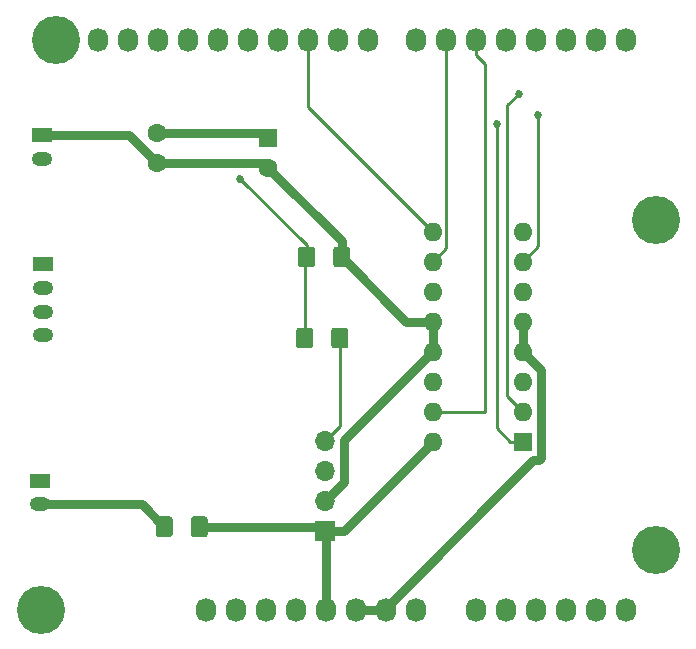
<source format=gtl>
G04 #@! TF.GenerationSoftware,KiCad,Pcbnew,5.0.0-fee4fd1~66~ubuntu18.04.1*
G04 #@! TF.CreationDate,2018-08-21T18:43:40-07:00*
G04 #@! TF.ProjectId,L293D BlueTooth UNO Shield,4C3239334420426C7565546F6F746820,rev?*
G04 #@! TF.SameCoordinates,Original*
G04 #@! TF.FileFunction,Copper,L1,Top,Signal*
G04 #@! TF.FilePolarity,Positive*
%FSLAX46Y46*%
G04 Gerber Fmt 4.6, Leading zero omitted, Abs format (unit mm)*
G04 Created by KiCad (PCBNEW 5.0.0-fee4fd1~66~ubuntu18.04.1) date Tue Aug 21 18:43:40 2018*
%MOMM*%
%LPD*%
G01*
G04 APERTURE LIST*
G04 #@! TA.AperFunction,ComponentPad*
%ADD10O,1.727200X2.032000*%
G04 #@! TD*
G04 #@! TA.AperFunction,ComponentPad*
%ADD11C,4.064000*%
G04 #@! TD*
G04 #@! TA.AperFunction,ComponentPad*
%ADD12R,1.600000X1.600000*%
G04 #@! TD*
G04 #@! TA.AperFunction,ComponentPad*
%ADD13O,1.600000X1.600000*%
G04 #@! TD*
G04 #@! TA.AperFunction,ComponentPad*
%ADD14C,1.600000*%
G04 #@! TD*
G04 #@! TA.AperFunction,ComponentPad*
%ADD15R,1.700000X1.700000*%
G04 #@! TD*
G04 #@! TA.AperFunction,ComponentPad*
%ADD16O,1.700000X1.700000*%
G04 #@! TD*
G04 #@! TA.AperFunction,ComponentPad*
%ADD17R,1.750000X1.200000*%
G04 #@! TD*
G04 #@! TA.AperFunction,ComponentPad*
%ADD18O,1.750000X1.200000*%
G04 #@! TD*
G04 #@! TA.AperFunction,Conductor*
%ADD19C,0.100000*%
G04 #@! TD*
G04 #@! TA.AperFunction,SMDPad,CuDef*
%ADD20C,1.425000*%
G04 #@! TD*
G04 #@! TA.AperFunction,ViaPad*
%ADD21C,0.685800*%
G04 #@! TD*
G04 #@! TA.AperFunction,Conductor*
%ADD22C,0.762000*%
G04 #@! TD*
G04 #@! TA.AperFunction,Conductor*
%ADD23C,0.254000*%
G04 #@! TD*
G04 APERTURE END LIST*
D10*
G04 #@! TO.P,P1,1*
G04 #@! TO.N,Net-(P1-Pad1)*
X138938000Y-123825000D03*
G04 #@! TO.P,P1,2*
G04 #@! TO.N,Net-(P1-Pad2)*
X141478000Y-123825000D03*
G04 #@! TO.P,P1,3*
G04 #@! TO.N,Net-(P1-Pad3)*
X144018000Y-123825000D03*
G04 #@! TO.P,P1,4*
G04 #@! TO.N,+3V3*
X146558000Y-123825000D03*
G04 #@! TO.P,P1,5*
G04 #@! TO.N,+5V*
X149098000Y-123825000D03*
G04 #@! TO.P,P1,6*
G04 #@! TO.N,GND*
X151638000Y-123825000D03*
G04 #@! TO.P,P1,7*
X154178000Y-123825000D03*
G04 #@! TO.P,P1,8*
G04 #@! TO.N,Net-(P1-Pad8)*
X156718000Y-123825000D03*
G04 #@! TD*
G04 #@! TO.P,P2,1*
G04 #@! TO.N,Net-(P2-Pad1)*
X161798000Y-123825000D03*
G04 #@! TO.P,P2,2*
G04 #@! TO.N,Net-(P2-Pad2)*
X164338000Y-123825000D03*
G04 #@! TO.P,P2,3*
G04 #@! TO.N,Net-(P2-Pad3)*
X166878000Y-123825000D03*
G04 #@! TO.P,P2,4*
G04 #@! TO.N,Net-(P2-Pad4)*
X169418000Y-123825000D03*
G04 #@! TO.P,P2,5*
G04 #@! TO.N,Net-(P2-Pad5)*
X171958000Y-123825000D03*
G04 #@! TO.P,P2,6*
G04 #@! TO.N,Net-(P2-Pad6)*
X174498000Y-123825000D03*
G04 #@! TD*
G04 #@! TO.P,P3,1*
G04 #@! TO.N,Net-(P3-Pad1)*
X129794000Y-75565000D03*
G04 #@! TO.P,P3,2*
G04 #@! TO.N,Net-(P3-Pad2)*
X132334000Y-75565000D03*
G04 #@! TO.P,P3,3*
G04 #@! TO.N,Net-(P3-Pad3)*
X134874000Y-75565000D03*
G04 #@! TO.P,P3,4*
G04 #@! TO.N,GND*
X137414000Y-75565000D03*
G04 #@! TO.P,P3,5*
G04 #@! TO.N,Net-(P3-Pad5)*
X139954000Y-75565000D03*
G04 #@! TO.P,P3,6*
G04 #@! TO.N,Net-(P3-Pad6)*
X142494000Y-75565000D03*
G04 #@! TO.P,P3,7*
G04 #@! TO.N,Net-(P3-Pad7)*
X145034000Y-75565000D03*
G04 #@! TO.P,P3,8*
G04 #@! TO.N,/10(\002A\002A/SS)*
X147574000Y-75565000D03*
G04 #@! TO.P,P3,9*
G04 #@! TO.N,/9(\002A\002A)*
X150114000Y-75565000D03*
G04 #@! TO.P,P3,10*
G04 #@! TO.N,/8*
X152654000Y-75565000D03*
G04 #@! TD*
G04 #@! TO.P,P4,1*
G04 #@! TO.N,/7*
X156718000Y-75565000D03*
G04 #@! TO.P,P4,2*
G04 #@! TO.N,/6(\002A\002A)*
X159258000Y-75565000D03*
G04 #@! TO.P,P4,3*
G04 #@! TO.N,/5(\002A\002A)*
X161798000Y-75565000D03*
G04 #@! TO.P,P4,4*
G04 #@! TO.N,/4*
X164338000Y-75565000D03*
G04 #@! TO.P,P4,5*
G04 #@! TO.N,/3(\002A\002A)*
X166878000Y-75565000D03*
G04 #@! TO.P,P4,6*
G04 #@! TO.N,Net-(P4-Pad6)*
X169418000Y-75565000D03*
G04 #@! TO.P,P4,7*
G04 #@! TO.N,Net-(P4-Pad7)*
X171958000Y-75565000D03*
G04 #@! TO.P,P4,8*
G04 #@! TO.N,Net-(P4-Pad8)*
X174498000Y-75565000D03*
G04 #@! TD*
D11*
G04 #@! TO.P,P5,1*
G04 #@! TO.N,Net-(P5-Pad1)*
X124968000Y-123825000D03*
G04 #@! TD*
G04 #@! TO.P,P6,1*
G04 #@! TO.N,Net-(P6-Pad1)*
X177038000Y-118745000D03*
G04 #@! TD*
G04 #@! TO.P,P7,1*
G04 #@! TO.N,Net-(P7-Pad1)*
X126238000Y-75565000D03*
G04 #@! TD*
G04 #@! TO.P,P8,1*
G04 #@! TO.N,Net-(P8-Pad1)*
X177038000Y-90805000D03*
G04 #@! TD*
D12*
G04 #@! TO.P,U1,1*
G04 #@! TO.N,/9(\002A\002A)*
X165773100Y-109601000D03*
D13*
G04 #@! TO.P,U1,9*
G04 #@! TO.N,/10(\002A\002A/SS)*
X158153100Y-91821000D03*
G04 #@! TO.P,U1,2*
G04 #@! TO.N,/7*
X165773100Y-107061000D03*
G04 #@! TO.P,U1,10*
G04 #@! TO.N,/6(\002A\002A)*
X158153100Y-94361000D03*
G04 #@! TO.P,U1,3*
G04 #@! TO.N,Net-(J3-Pad2)*
X165773100Y-104521000D03*
G04 #@! TO.P,U1,11*
G04 #@! TO.N,Net-(J3-Pad3)*
X158153100Y-96901000D03*
G04 #@! TO.P,U1,4*
G04 #@! TO.N,GND*
X165773100Y-101981000D03*
G04 #@! TO.P,U1,12*
X158153100Y-99441000D03*
G04 #@! TO.P,U1,5*
X165773100Y-99441000D03*
G04 #@! TO.P,U1,13*
X158153100Y-101981000D03*
G04 #@! TO.P,U1,6*
G04 #@! TO.N,Net-(J3-Pad1)*
X165773100Y-96901000D03*
G04 #@! TO.P,U1,14*
G04 #@! TO.N,Net-(J3-Pad4)*
X158153100Y-104521000D03*
G04 #@! TO.P,U1,7*
G04 #@! TO.N,/8*
X165773100Y-94361000D03*
G04 #@! TO.P,U1,15*
G04 #@! TO.N,/5(\002A\002A)*
X158153100Y-107061000D03*
G04 #@! TO.P,U1,8*
G04 #@! TO.N,+6V*
X165773100Y-91821000D03*
G04 #@! TO.P,U1,16*
G04 #@! TO.N,+5V*
X158153100Y-109601000D03*
G04 #@! TD*
D14*
G04 #@! TO.P,C1,1*
G04 #@! TO.N,+6V*
X134785100Y-83489800D03*
G04 #@! TO.P,C1,2*
G04 #@! TO.N,GND*
X134785100Y-85989800D03*
G04 #@! TD*
D12*
G04 #@! TO.P,C2,1*
G04 #@! TO.N,+6V*
X144259300Y-83908900D03*
D14*
G04 #@! TO.P,C2,2*
G04 #@! TO.N,GND*
X144259300Y-86408900D03*
G04 #@! TD*
D15*
G04 #@! TO.P,J1,1*
G04 #@! TO.N,+5V*
X149034500Y-117157500D03*
D16*
G04 #@! TO.P,J1,2*
G04 #@! TO.N,GND*
X149034500Y-114617500D03*
G04 #@! TO.P,J1,3*
G04 #@! TO.N,/3(\002A\002A)*
X149034500Y-112077500D03*
G04 #@! TO.P,J1,4*
G04 #@! TO.N,Net-(J1-Pad4)*
X149034500Y-109537500D03*
G04 #@! TD*
D17*
G04 #@! TO.P,J2,1*
G04 #@! TO.N,GND*
X125056900Y-83642200D03*
D18*
G04 #@! TO.P,J2,2*
G04 #@! TO.N,+6V*
X125056900Y-85642200D03*
G04 #@! TD*
D17*
G04 #@! TO.P,J3,1*
G04 #@! TO.N,Net-(J3-Pad1)*
X125133100Y-94602300D03*
D18*
G04 #@! TO.P,J3,2*
G04 #@! TO.N,Net-(J3-Pad2)*
X125133100Y-96602300D03*
G04 #@! TO.P,J3,3*
G04 #@! TO.N,Net-(J3-Pad3)*
X125133100Y-98602300D03*
G04 #@! TO.P,J3,4*
G04 #@! TO.N,Net-(J3-Pad4)*
X125133100Y-100602300D03*
G04 #@! TD*
D19*
G04 #@! TO.N,/4*
G04 #@! TO.C,1K*
G36*
X147816504Y-99964204D02*
X147840773Y-99967804D01*
X147864571Y-99973765D01*
X147887671Y-99982030D01*
X147909849Y-99992520D01*
X147930893Y-100005133D01*
X147950598Y-100019747D01*
X147968777Y-100036223D01*
X147985253Y-100054402D01*
X147999867Y-100074107D01*
X148012480Y-100095151D01*
X148022970Y-100117329D01*
X148031235Y-100140429D01*
X148037196Y-100164227D01*
X148040796Y-100188496D01*
X148042000Y-100213000D01*
X148042000Y-101463000D01*
X148040796Y-101487504D01*
X148037196Y-101511773D01*
X148031235Y-101535571D01*
X148022970Y-101558671D01*
X148012480Y-101580849D01*
X147999867Y-101601893D01*
X147985253Y-101621598D01*
X147968777Y-101639777D01*
X147950598Y-101656253D01*
X147930893Y-101670867D01*
X147909849Y-101683480D01*
X147887671Y-101693970D01*
X147864571Y-101702235D01*
X147840773Y-101708196D01*
X147816504Y-101711796D01*
X147792000Y-101713000D01*
X146867000Y-101713000D01*
X146842496Y-101711796D01*
X146818227Y-101708196D01*
X146794429Y-101702235D01*
X146771329Y-101693970D01*
X146749151Y-101683480D01*
X146728107Y-101670867D01*
X146708402Y-101656253D01*
X146690223Y-101639777D01*
X146673747Y-101621598D01*
X146659133Y-101601893D01*
X146646520Y-101580849D01*
X146636030Y-101558671D01*
X146627765Y-101535571D01*
X146621804Y-101511773D01*
X146618204Y-101487504D01*
X146617000Y-101463000D01*
X146617000Y-100213000D01*
X146618204Y-100188496D01*
X146621804Y-100164227D01*
X146627765Y-100140429D01*
X146636030Y-100117329D01*
X146646520Y-100095151D01*
X146659133Y-100074107D01*
X146673747Y-100054402D01*
X146690223Y-100036223D01*
X146708402Y-100019747D01*
X146728107Y-100005133D01*
X146749151Y-99992520D01*
X146771329Y-99982030D01*
X146794429Y-99973765D01*
X146818227Y-99967804D01*
X146842496Y-99964204D01*
X146867000Y-99963000D01*
X147792000Y-99963000D01*
X147816504Y-99964204D01*
X147816504Y-99964204D01*
G37*
D20*
G04 #@! TD*
G04 #@! TO.P,1K,1*
G04 #@! TO.N,/4*
X147329500Y-100838000D03*
D19*
G04 #@! TO.N,Net-(J1-Pad4)*
G04 #@! TO.C,1K*
G36*
X150791504Y-99964204D02*
X150815773Y-99967804D01*
X150839571Y-99973765D01*
X150862671Y-99982030D01*
X150884849Y-99992520D01*
X150905893Y-100005133D01*
X150925598Y-100019747D01*
X150943777Y-100036223D01*
X150960253Y-100054402D01*
X150974867Y-100074107D01*
X150987480Y-100095151D01*
X150997970Y-100117329D01*
X151006235Y-100140429D01*
X151012196Y-100164227D01*
X151015796Y-100188496D01*
X151017000Y-100213000D01*
X151017000Y-101463000D01*
X151015796Y-101487504D01*
X151012196Y-101511773D01*
X151006235Y-101535571D01*
X150997970Y-101558671D01*
X150987480Y-101580849D01*
X150974867Y-101601893D01*
X150960253Y-101621598D01*
X150943777Y-101639777D01*
X150925598Y-101656253D01*
X150905893Y-101670867D01*
X150884849Y-101683480D01*
X150862671Y-101693970D01*
X150839571Y-101702235D01*
X150815773Y-101708196D01*
X150791504Y-101711796D01*
X150767000Y-101713000D01*
X149842000Y-101713000D01*
X149817496Y-101711796D01*
X149793227Y-101708196D01*
X149769429Y-101702235D01*
X149746329Y-101693970D01*
X149724151Y-101683480D01*
X149703107Y-101670867D01*
X149683402Y-101656253D01*
X149665223Y-101639777D01*
X149648747Y-101621598D01*
X149634133Y-101601893D01*
X149621520Y-101580849D01*
X149611030Y-101558671D01*
X149602765Y-101535571D01*
X149596804Y-101511773D01*
X149593204Y-101487504D01*
X149592000Y-101463000D01*
X149592000Y-100213000D01*
X149593204Y-100188496D01*
X149596804Y-100164227D01*
X149602765Y-100140429D01*
X149611030Y-100117329D01*
X149621520Y-100095151D01*
X149634133Y-100074107D01*
X149648747Y-100054402D01*
X149665223Y-100036223D01*
X149683402Y-100019747D01*
X149703107Y-100005133D01*
X149724151Y-99992520D01*
X149746329Y-99982030D01*
X149769429Y-99973765D01*
X149793227Y-99967804D01*
X149817496Y-99964204D01*
X149842000Y-99963000D01*
X150767000Y-99963000D01*
X150791504Y-99964204D01*
X150791504Y-99964204D01*
G37*
D20*
G04 #@! TD*
G04 #@! TO.P,1K,2*
G04 #@! TO.N,Net-(J1-Pad4)*
X150304500Y-100838000D03*
D19*
G04 #@! TO.N,/4*
G04 #@! TO.C,2K*
G36*
X147981604Y-93093504D02*
X148005873Y-93097104D01*
X148029671Y-93103065D01*
X148052771Y-93111330D01*
X148074949Y-93121820D01*
X148095993Y-93134433D01*
X148115698Y-93149047D01*
X148133877Y-93165523D01*
X148150353Y-93183702D01*
X148164967Y-93203407D01*
X148177580Y-93224451D01*
X148188070Y-93246629D01*
X148196335Y-93269729D01*
X148202296Y-93293527D01*
X148205896Y-93317796D01*
X148207100Y-93342300D01*
X148207100Y-94592300D01*
X148205896Y-94616804D01*
X148202296Y-94641073D01*
X148196335Y-94664871D01*
X148188070Y-94687971D01*
X148177580Y-94710149D01*
X148164967Y-94731193D01*
X148150353Y-94750898D01*
X148133877Y-94769077D01*
X148115698Y-94785553D01*
X148095993Y-94800167D01*
X148074949Y-94812780D01*
X148052771Y-94823270D01*
X148029671Y-94831535D01*
X148005873Y-94837496D01*
X147981604Y-94841096D01*
X147957100Y-94842300D01*
X147032100Y-94842300D01*
X147007596Y-94841096D01*
X146983327Y-94837496D01*
X146959529Y-94831535D01*
X146936429Y-94823270D01*
X146914251Y-94812780D01*
X146893207Y-94800167D01*
X146873502Y-94785553D01*
X146855323Y-94769077D01*
X146838847Y-94750898D01*
X146824233Y-94731193D01*
X146811620Y-94710149D01*
X146801130Y-94687971D01*
X146792865Y-94664871D01*
X146786904Y-94641073D01*
X146783304Y-94616804D01*
X146782100Y-94592300D01*
X146782100Y-93342300D01*
X146783304Y-93317796D01*
X146786904Y-93293527D01*
X146792865Y-93269729D01*
X146801130Y-93246629D01*
X146811620Y-93224451D01*
X146824233Y-93203407D01*
X146838847Y-93183702D01*
X146855323Y-93165523D01*
X146873502Y-93149047D01*
X146893207Y-93134433D01*
X146914251Y-93121820D01*
X146936429Y-93111330D01*
X146959529Y-93103065D01*
X146983327Y-93097104D01*
X147007596Y-93093504D01*
X147032100Y-93092300D01*
X147957100Y-93092300D01*
X147981604Y-93093504D01*
X147981604Y-93093504D01*
G37*
D20*
G04 #@! TD*
G04 #@! TO.P,2K,2*
G04 #@! TO.N,/4*
X147494600Y-93967300D03*
D19*
G04 #@! TO.N,GND*
G04 #@! TO.C,2K*
G36*
X150956604Y-93093504D02*
X150980873Y-93097104D01*
X151004671Y-93103065D01*
X151027771Y-93111330D01*
X151049949Y-93121820D01*
X151070993Y-93134433D01*
X151090698Y-93149047D01*
X151108877Y-93165523D01*
X151125353Y-93183702D01*
X151139967Y-93203407D01*
X151152580Y-93224451D01*
X151163070Y-93246629D01*
X151171335Y-93269729D01*
X151177296Y-93293527D01*
X151180896Y-93317796D01*
X151182100Y-93342300D01*
X151182100Y-94592300D01*
X151180896Y-94616804D01*
X151177296Y-94641073D01*
X151171335Y-94664871D01*
X151163070Y-94687971D01*
X151152580Y-94710149D01*
X151139967Y-94731193D01*
X151125353Y-94750898D01*
X151108877Y-94769077D01*
X151090698Y-94785553D01*
X151070993Y-94800167D01*
X151049949Y-94812780D01*
X151027771Y-94823270D01*
X151004671Y-94831535D01*
X150980873Y-94837496D01*
X150956604Y-94841096D01*
X150932100Y-94842300D01*
X150007100Y-94842300D01*
X149982596Y-94841096D01*
X149958327Y-94837496D01*
X149934529Y-94831535D01*
X149911429Y-94823270D01*
X149889251Y-94812780D01*
X149868207Y-94800167D01*
X149848502Y-94785553D01*
X149830323Y-94769077D01*
X149813847Y-94750898D01*
X149799233Y-94731193D01*
X149786620Y-94710149D01*
X149776130Y-94687971D01*
X149767865Y-94664871D01*
X149761904Y-94641073D01*
X149758304Y-94616804D01*
X149757100Y-94592300D01*
X149757100Y-93342300D01*
X149758304Y-93317796D01*
X149761904Y-93293527D01*
X149767865Y-93269729D01*
X149776130Y-93246629D01*
X149786620Y-93224451D01*
X149799233Y-93203407D01*
X149813847Y-93183702D01*
X149830323Y-93165523D01*
X149848502Y-93149047D01*
X149868207Y-93134433D01*
X149889251Y-93121820D01*
X149911429Y-93111330D01*
X149934529Y-93103065D01*
X149958327Y-93097104D01*
X149982596Y-93093504D01*
X150007100Y-93092300D01*
X150932100Y-93092300D01*
X150956604Y-93093504D01*
X150956604Y-93093504D01*
G37*
D20*
G04 #@! TD*
G04 #@! TO.P,2K,1*
G04 #@! TO.N,GND*
X150469600Y-93967300D03*
D17*
G04 #@! TO.P,D1,1*
G04 #@! TO.N,GND*
X124891800Y-112903000D03*
D18*
G04 #@! TO.P,D1,2*
G04 #@! TO.N,Net-(150R1-Pad2)*
X124891800Y-114903000D03*
G04 #@! TD*
D19*
G04 #@! TO.N,+5V*
G04 #@! TO.C,150R1*
G36*
X138891604Y-115940804D02*
X138915873Y-115944404D01*
X138939671Y-115950365D01*
X138962771Y-115958630D01*
X138984949Y-115969120D01*
X139005993Y-115981733D01*
X139025698Y-115996347D01*
X139043877Y-116012823D01*
X139060353Y-116031002D01*
X139074967Y-116050707D01*
X139087580Y-116071751D01*
X139098070Y-116093929D01*
X139106335Y-116117029D01*
X139112296Y-116140827D01*
X139115896Y-116165096D01*
X139117100Y-116189600D01*
X139117100Y-117439600D01*
X139115896Y-117464104D01*
X139112296Y-117488373D01*
X139106335Y-117512171D01*
X139098070Y-117535271D01*
X139087580Y-117557449D01*
X139074967Y-117578493D01*
X139060353Y-117598198D01*
X139043877Y-117616377D01*
X139025698Y-117632853D01*
X139005993Y-117647467D01*
X138984949Y-117660080D01*
X138962771Y-117670570D01*
X138939671Y-117678835D01*
X138915873Y-117684796D01*
X138891604Y-117688396D01*
X138867100Y-117689600D01*
X137942100Y-117689600D01*
X137917596Y-117688396D01*
X137893327Y-117684796D01*
X137869529Y-117678835D01*
X137846429Y-117670570D01*
X137824251Y-117660080D01*
X137803207Y-117647467D01*
X137783502Y-117632853D01*
X137765323Y-117616377D01*
X137748847Y-117598198D01*
X137734233Y-117578493D01*
X137721620Y-117557449D01*
X137711130Y-117535271D01*
X137702865Y-117512171D01*
X137696904Y-117488373D01*
X137693304Y-117464104D01*
X137692100Y-117439600D01*
X137692100Y-116189600D01*
X137693304Y-116165096D01*
X137696904Y-116140827D01*
X137702865Y-116117029D01*
X137711130Y-116093929D01*
X137721620Y-116071751D01*
X137734233Y-116050707D01*
X137748847Y-116031002D01*
X137765323Y-116012823D01*
X137783502Y-115996347D01*
X137803207Y-115981733D01*
X137824251Y-115969120D01*
X137846429Y-115958630D01*
X137869529Y-115950365D01*
X137893327Y-115944404D01*
X137917596Y-115940804D01*
X137942100Y-115939600D01*
X138867100Y-115939600D01*
X138891604Y-115940804D01*
X138891604Y-115940804D01*
G37*
D20*
G04 #@! TD*
G04 #@! TO.P,150R1,1*
G04 #@! TO.N,+5V*
X138404600Y-116814600D03*
D19*
G04 #@! TO.N,Net-(150R1-Pad2)*
G04 #@! TO.C,150R1*
G36*
X135916604Y-115940804D02*
X135940873Y-115944404D01*
X135964671Y-115950365D01*
X135987771Y-115958630D01*
X136009949Y-115969120D01*
X136030993Y-115981733D01*
X136050698Y-115996347D01*
X136068877Y-116012823D01*
X136085353Y-116031002D01*
X136099967Y-116050707D01*
X136112580Y-116071751D01*
X136123070Y-116093929D01*
X136131335Y-116117029D01*
X136137296Y-116140827D01*
X136140896Y-116165096D01*
X136142100Y-116189600D01*
X136142100Y-117439600D01*
X136140896Y-117464104D01*
X136137296Y-117488373D01*
X136131335Y-117512171D01*
X136123070Y-117535271D01*
X136112580Y-117557449D01*
X136099967Y-117578493D01*
X136085353Y-117598198D01*
X136068877Y-117616377D01*
X136050698Y-117632853D01*
X136030993Y-117647467D01*
X136009949Y-117660080D01*
X135987771Y-117670570D01*
X135964671Y-117678835D01*
X135940873Y-117684796D01*
X135916604Y-117688396D01*
X135892100Y-117689600D01*
X134967100Y-117689600D01*
X134942596Y-117688396D01*
X134918327Y-117684796D01*
X134894529Y-117678835D01*
X134871429Y-117670570D01*
X134849251Y-117660080D01*
X134828207Y-117647467D01*
X134808502Y-117632853D01*
X134790323Y-117616377D01*
X134773847Y-117598198D01*
X134759233Y-117578493D01*
X134746620Y-117557449D01*
X134736130Y-117535271D01*
X134727865Y-117512171D01*
X134721904Y-117488373D01*
X134718304Y-117464104D01*
X134717100Y-117439600D01*
X134717100Y-116189600D01*
X134718304Y-116165096D01*
X134721904Y-116140827D01*
X134727865Y-116117029D01*
X134736130Y-116093929D01*
X134746620Y-116071751D01*
X134759233Y-116050707D01*
X134773847Y-116031002D01*
X134790323Y-116012823D01*
X134808502Y-115996347D01*
X134828207Y-115981733D01*
X134849251Y-115969120D01*
X134871429Y-115958630D01*
X134894529Y-115950365D01*
X134918327Y-115944404D01*
X134942596Y-115940804D01*
X134967100Y-115939600D01*
X135892100Y-115939600D01*
X135916604Y-115940804D01*
X135916604Y-115940804D01*
G37*
D20*
G04 #@! TD*
G04 #@! TO.P,150R1,2*
G04 #@! TO.N,Net-(150R1-Pad2)*
X135429600Y-116814600D03*
D21*
G04 #@! TO.N,/9(\002A\002A)*
X163614100Y-82677000D03*
G04 #@! TO.N,/8*
X167081101Y-81965701D03*
G04 #@! TO.N,/7*
X165442900Y-80137000D03*
G04 #@! TO.N,/4*
X141865600Y-87363300D03*
G04 #@! TD*
D22*
G04 #@! TO.N,+5V*
X149098000Y-117221000D02*
X149034500Y-117157500D01*
X149098000Y-123825000D02*
X149098000Y-117221000D01*
X158153100Y-109650900D02*
X158153100Y-109601000D01*
X150646500Y-117157500D02*
X158153100Y-109650900D01*
X149034500Y-117157500D02*
X150646500Y-117157500D01*
X148691600Y-116814600D02*
X149034500Y-117157500D01*
X138404600Y-116814600D02*
X148691600Y-116814600D01*
G04 #@! TO.N,GND*
X157353101Y-102780999D02*
X158153100Y-101981000D01*
X150646501Y-109487599D02*
X157353101Y-102780999D01*
X150646501Y-113005499D02*
X150646501Y-109487599D01*
X149034500Y-114617500D02*
X150646501Y-113005499D01*
X151638000Y-123825000D02*
X154178000Y-123825000D01*
X158153100Y-101650800D02*
X158153100Y-101981000D01*
X134456800Y-85661500D02*
X134785100Y-85989800D01*
X143840200Y-85989800D02*
X144259300Y-86408900D01*
X134785100Y-85989800D02*
X143840200Y-85989800D01*
X158153100Y-99441000D02*
X158153100Y-101981000D01*
X165773100Y-99441000D02*
X165773100Y-101981000D01*
X167335101Y-103543001D02*
X166573099Y-102780999D01*
X166573099Y-102780999D02*
X165773100Y-101981000D01*
X167335101Y-111010601D02*
X167335101Y-103543001D01*
X167182701Y-111163001D02*
X167335101Y-111010601D01*
X166687599Y-111163001D02*
X167182701Y-111163001D01*
X154178000Y-123672600D02*
X166687599Y-111163001D01*
X154178000Y-123825000D02*
X154178000Y-123672600D01*
X150469600Y-92619200D02*
X150469600Y-93967300D01*
X144259300Y-86408900D02*
X150469600Y-92619200D01*
X155943300Y-99441000D02*
X158153100Y-99441000D01*
X150469600Y-93967300D02*
X155943300Y-99441000D01*
X132437500Y-83642200D02*
X134785100Y-85989800D01*
X125056900Y-83642200D02*
X132437500Y-83642200D01*
D23*
G04 #@! TO.N,/9(\002A\002A)*
X164719100Y-109601000D02*
X163614100Y-108496000D01*
X165773100Y-109601000D02*
X164719100Y-109601000D01*
X163614100Y-108496000D02*
X163614100Y-82677000D01*
G04 #@! TO.N,/8*
X167081101Y-93052999D02*
X167081101Y-81965701D01*
X165773100Y-94361000D02*
X167081101Y-93052999D01*
G04 #@! TO.N,/7*
X164973101Y-106261001D02*
X165773100Y-107061000D01*
X164465099Y-105752999D02*
X164973101Y-106261001D01*
X164465099Y-81114801D02*
X164465099Y-105752999D01*
X165442900Y-80137000D02*
X164465099Y-81114801D01*
G04 #@! TO.N,/6(\002A\002A)*
X159258000Y-76835000D02*
X159258000Y-75565000D01*
X159334101Y-76911101D02*
X159258000Y-76835000D01*
X159334101Y-93179999D02*
X159334101Y-76911101D01*
X158153100Y-94361000D02*
X159334101Y-93179999D01*
G04 #@! TO.N,/5(\002A\002A)*
X158153100Y-107061000D02*
X162598100Y-107061000D01*
X162598100Y-77635100D02*
X162598100Y-88023700D01*
X161798000Y-76835000D02*
X162598100Y-77635100D01*
X161798000Y-75565000D02*
X161798000Y-76835000D01*
X162598100Y-107061000D02*
X162598100Y-88023700D01*
X162598100Y-88023700D02*
X162598100Y-87630000D01*
G04 #@! TO.N,/4*
X147329500Y-94132400D02*
X147494600Y-93967300D01*
X147329500Y-100838000D02*
X147329500Y-94132400D01*
X147494600Y-92992300D02*
X141865600Y-87363300D01*
X147494600Y-93967300D02*
X147494600Y-92992300D01*
X141865600Y-87363300D02*
X141865600Y-87363300D01*
G04 #@! TO.N,/10(\002A\002A/SS)*
X147574000Y-81241900D02*
X158153100Y-91821000D01*
X147574000Y-75565000D02*
X147574000Y-81241900D01*
D22*
G04 #@! TO.N,+6V*
X134613400Y-83661500D02*
X134785100Y-83489800D01*
X143840200Y-83489800D02*
X144259300Y-83908900D01*
X134785100Y-83489800D02*
X143840200Y-83489800D01*
D23*
G04 #@! TO.N,Net-(J1-Pad4)*
X150304500Y-108267500D02*
X150304500Y-100838000D01*
X149034500Y-109537500D02*
X150304500Y-108267500D01*
D22*
G04 #@! TO.N,Net-(150R1-Pad2)*
X133518000Y-114903000D02*
X135429600Y-116814600D01*
X124891800Y-114903000D02*
X133518000Y-114903000D01*
G04 #@! TD*
M02*

</source>
